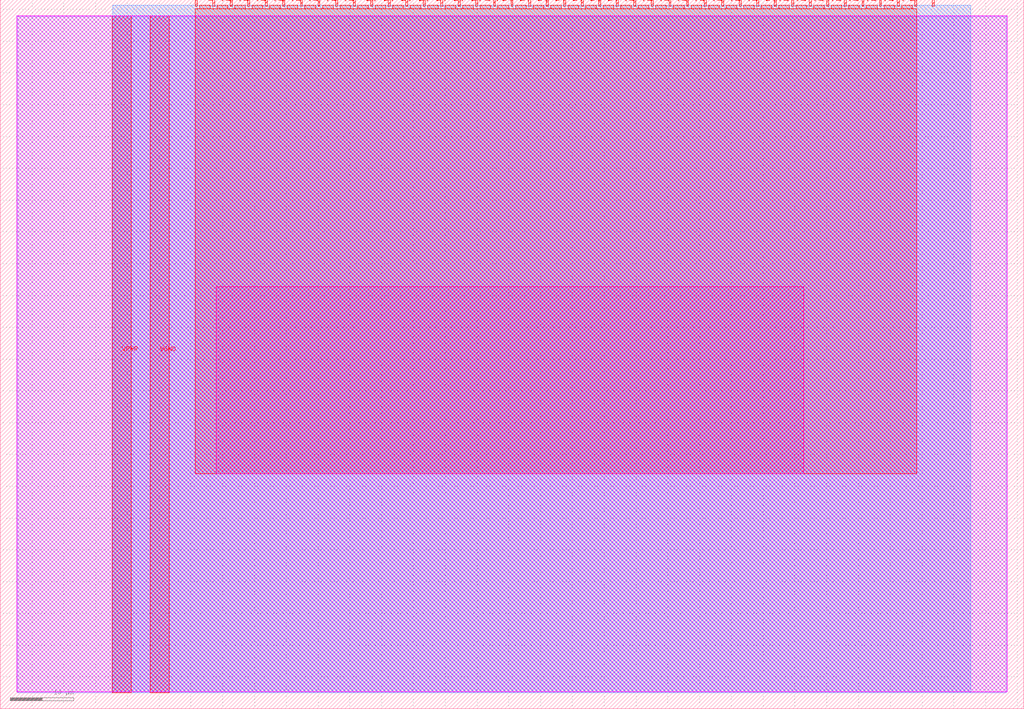
<source format=lef>
VERSION 5.7 ;
  NOWIREEXTENSIONATPIN ON ;
  DIVIDERCHAR "/" ;
  BUSBITCHARS "[]" ;
MACRO tt_um_rebeccargb_tt09ball_gdsart
  CLASS BLOCK ;
  FOREIGN tt_um_rebeccargb_tt09ball_gdsart ;
  ORIGIN 0.000 0.000 ;
  SIZE 161.000 BY 111.520 ;
  PIN VGND
    DIRECTION INOUT ;
    USE GROUND ;
    PORT
      LAYER met4 ;
        RECT 23.580 2.480 26.580 109.040 ;
    END
  END VGND
  PIN VPWR
    DIRECTION INOUT ;
    USE POWER ;
    PORT
      LAYER met4 ;
        RECT 17.580 2.480 20.580 109.040 ;
    END
  END VPWR
  PIN clk
    DIRECTION INPUT ;
    USE SIGNAL ;
    ANTENNAGATEAREA 0.852000 ;
    PORT
      LAYER met4 ;
        RECT 143.830 110.520 144.130 111.520 ;
    END
  END clk
  PIN ena
    DIRECTION INPUT ;
    USE SIGNAL ;
    PORT
      LAYER met4 ;
        RECT 146.590 110.520 146.890 111.520 ;
    END
  END ena
  PIN rst_n
    DIRECTION INPUT ;
    USE SIGNAL ;
    ANTENNAGATEAREA 0.196500 ;
    PORT
      LAYER met4 ;
        RECT 141.070 110.520 141.370 111.520 ;
    END
  END rst_n
  PIN ui_in[0]
    DIRECTION INPUT ;
    USE SIGNAL ;
    ANTENNAGATEAREA 0.196500 ;
    PORT
      LAYER met4 ;
        RECT 138.310 110.520 138.610 111.520 ;
    END
  END ui_in[0]
  PIN ui_in[1]
    DIRECTION INPUT ;
    USE SIGNAL ;
    ANTENNAGATEAREA 0.196500 ;
    PORT
      LAYER met4 ;
        RECT 135.550 110.520 135.850 111.520 ;
    END
  END ui_in[1]
  PIN ui_in[2]
    DIRECTION INPUT ;
    USE SIGNAL ;
    ANTENNAGATEAREA 0.196500 ;
    PORT
      LAYER met4 ;
        RECT 132.790 110.520 133.090 111.520 ;
    END
  END ui_in[2]
  PIN ui_in[3]
    DIRECTION INPUT ;
    USE SIGNAL ;
    ANTENNAGATEAREA 0.213000 ;
    PORT
      LAYER met4 ;
        RECT 130.030 110.520 130.330 111.520 ;
    END
  END ui_in[3]
  PIN ui_in[4]
    DIRECTION INPUT ;
    USE SIGNAL ;
    PORT
      LAYER met4 ;
        RECT 127.270 110.520 127.570 111.520 ;
    END
  END ui_in[4]
  PIN ui_in[5]
    DIRECTION INPUT ;
    USE SIGNAL ;
    PORT
      LAYER met4 ;
        RECT 124.510 110.520 124.810 111.520 ;
    END
  END ui_in[5]
  PIN ui_in[6]
    DIRECTION INPUT ;
    USE SIGNAL ;
    PORT
      LAYER met4 ;
        RECT 121.750 110.520 122.050 111.520 ;
    END
  END ui_in[6]
  PIN ui_in[7]
    DIRECTION INPUT ;
    USE SIGNAL ;
    PORT
      LAYER met4 ;
        RECT 118.990 110.520 119.290 111.520 ;
    END
  END ui_in[7]
  PIN uio_in[0]
    DIRECTION INPUT ;
    USE SIGNAL ;
    PORT
      LAYER met4 ;
        RECT 116.230 110.520 116.530 111.520 ;
    END
  END uio_in[0]
  PIN uio_in[1]
    DIRECTION INPUT ;
    USE SIGNAL ;
    PORT
      LAYER met4 ;
        RECT 113.470 110.520 113.770 111.520 ;
    END
  END uio_in[1]
  PIN uio_in[2]
    DIRECTION INPUT ;
    USE SIGNAL ;
    PORT
      LAYER met4 ;
        RECT 110.710 110.520 111.010 111.520 ;
    END
  END uio_in[2]
  PIN uio_in[3]
    DIRECTION INPUT ;
    USE SIGNAL ;
    PORT
      LAYER met4 ;
        RECT 107.950 110.520 108.250 111.520 ;
    END
  END uio_in[3]
  PIN uio_in[4]
    DIRECTION INPUT ;
    USE SIGNAL ;
    PORT
      LAYER met4 ;
        RECT 105.190 110.520 105.490 111.520 ;
    END
  END uio_in[4]
  PIN uio_in[5]
    DIRECTION INPUT ;
    USE SIGNAL ;
    PORT
      LAYER met4 ;
        RECT 102.430 110.520 102.730 111.520 ;
    END
  END uio_in[5]
  PIN uio_in[6]
    DIRECTION INPUT ;
    USE SIGNAL ;
    PORT
      LAYER met4 ;
        RECT 99.670 110.520 99.970 111.520 ;
    END
  END uio_in[6]
  PIN uio_in[7]
    DIRECTION INPUT ;
    USE SIGNAL ;
    PORT
      LAYER met4 ;
        RECT 96.910 110.520 97.210 111.520 ;
    END
  END uio_in[7]
  PIN uio_oe[0]
    DIRECTION OUTPUT ;
    USE SIGNAL ;
    PORT
      LAYER met4 ;
        RECT 49.990 110.520 50.290 111.520 ;
    END
  END uio_oe[0]
  PIN uio_oe[1]
    DIRECTION OUTPUT ;
    USE SIGNAL ;
    PORT
      LAYER met4 ;
        RECT 47.230 110.520 47.530 111.520 ;
    END
  END uio_oe[1]
  PIN uio_oe[2]
    DIRECTION OUTPUT ;
    USE SIGNAL ;
    PORT
      LAYER met4 ;
        RECT 44.470 110.520 44.770 111.520 ;
    END
  END uio_oe[2]
  PIN uio_oe[3]
    DIRECTION OUTPUT ;
    USE SIGNAL ;
    PORT
      LAYER met4 ;
        RECT 41.710 110.520 42.010 111.520 ;
    END
  END uio_oe[3]
  PIN uio_oe[4]
    DIRECTION OUTPUT ;
    USE SIGNAL ;
    PORT
      LAYER met4 ;
        RECT 38.950 110.520 39.250 111.520 ;
    END
  END uio_oe[4]
  PIN uio_oe[5]
    DIRECTION OUTPUT ;
    USE SIGNAL ;
    PORT
      LAYER met4 ;
        RECT 36.190 110.520 36.490 111.520 ;
    END
  END uio_oe[5]
  PIN uio_oe[6]
    DIRECTION OUTPUT ;
    USE SIGNAL ;
    PORT
      LAYER met4 ;
        RECT 33.430 110.520 33.730 111.520 ;
    END
  END uio_oe[6]
  PIN uio_oe[7]
    DIRECTION OUTPUT ;
    USE SIGNAL ;
    PORT
      LAYER met4 ;
        RECT 30.670 110.520 30.970 111.520 ;
    END
  END uio_oe[7]
  PIN uio_out[0]
    DIRECTION OUTPUT ;
    USE SIGNAL ;
    ANTENNADIFFAREA 0.445500 ;
    PORT
      LAYER met4 ;
        RECT 72.070 110.520 72.370 111.520 ;
    END
  END uio_out[0]
  PIN uio_out[1]
    DIRECTION OUTPUT ;
    USE SIGNAL ;
    ANTENNADIFFAREA 0.445500 ;
    PORT
      LAYER met4 ;
        RECT 69.310 110.520 69.610 111.520 ;
    END
  END uio_out[1]
  PIN uio_out[2]
    DIRECTION OUTPUT ;
    USE SIGNAL ;
    PORT
      LAYER met4 ;
        RECT 66.550 110.520 66.850 111.520 ;
    END
  END uio_out[2]
  PIN uio_out[3]
    DIRECTION OUTPUT ;
    USE SIGNAL ;
    ANTENNADIFFAREA 1.242000 ;
    PORT
      LAYER met4 ;
        RECT 63.790 110.520 64.090 111.520 ;
    END
  END uio_out[3]
  PIN uio_out[4]
    DIRECTION OUTPUT ;
    USE SIGNAL ;
    PORT
      LAYER met4 ;
        RECT 61.030 110.520 61.330 111.520 ;
    END
  END uio_out[4]
  PIN uio_out[5]
    DIRECTION OUTPUT ;
    USE SIGNAL ;
    PORT
      LAYER met4 ;
        RECT 58.270 110.520 58.570 111.520 ;
    END
  END uio_out[5]
  PIN uio_out[6]
    DIRECTION OUTPUT ;
    USE SIGNAL ;
    PORT
      LAYER met4 ;
        RECT 55.510 110.520 55.810 111.520 ;
    END
  END uio_out[6]
  PIN uio_out[7]
    DIRECTION OUTPUT ;
    USE SIGNAL ;
    PORT
      LAYER met4 ;
        RECT 52.750 110.520 53.050 111.520 ;
    END
  END uio_out[7]
  PIN uo_out[0]
    DIRECTION OUTPUT ;
    USE SIGNAL ;
    ANTENNADIFFAREA 1.431000 ;
    PORT
      LAYER met4 ;
        RECT 94.150 110.520 94.450 111.520 ;
    END
  END uo_out[0]
  PIN uo_out[1]
    DIRECTION OUTPUT ;
    USE SIGNAL ;
    ANTENNADIFFAREA 0.445500 ;
    PORT
      LAYER met4 ;
        RECT 91.390 110.520 91.690 111.520 ;
    END
  END uo_out[1]
  PIN uo_out[2]
    DIRECTION OUTPUT ;
    USE SIGNAL ;
    ANTENNAGATEAREA 0.159000 ;
    ANTENNADIFFAREA 1.782000 ;
    PORT
      LAYER met4 ;
        RECT 88.630 110.520 88.930 111.520 ;
    END
  END uo_out[2]
  PIN uo_out[3]
    DIRECTION OUTPUT ;
    USE SIGNAL ;
    ANTENNADIFFAREA 1.484000 ;
    PORT
      LAYER met4 ;
        RECT 85.870 110.520 86.170 111.520 ;
    END
  END uo_out[3]
  PIN uo_out[4]
    DIRECTION OUTPUT ;
    USE SIGNAL ;
    ANTENNADIFFAREA 1.484000 ;
    PORT
      LAYER met4 ;
        RECT 83.110 110.520 83.410 111.520 ;
    END
  END uo_out[4]
  PIN uo_out[5]
    DIRECTION OUTPUT ;
    USE SIGNAL ;
    ANTENNADIFFAREA 2.001000 ;
    PORT
      LAYER met4 ;
        RECT 80.350 110.520 80.650 111.520 ;
    END
  END uo_out[5]
  PIN uo_out[6]
    DIRECTION OUTPUT ;
    USE SIGNAL ;
    ANTENNADIFFAREA 1.242000 ;
    PORT
      LAYER met4 ;
        RECT 77.590 110.520 77.890 111.520 ;
    END
  END uo_out[6]
  PIN uo_out[7]
    DIRECTION OUTPUT ;
    USE SIGNAL ;
    PORT
      LAYER met4 ;
        RECT 74.830 110.520 75.130 111.520 ;
    END
  END uo_out[7]
  OBS
      LAYER nwell ;
        RECT 2.570 2.635 158.430 108.990 ;
      LAYER li1 ;
        RECT 2.760 2.635 158.240 108.885 ;
      LAYER met1 ;
        RECT 2.760 2.480 158.240 109.040 ;
      LAYER met2 ;
        RECT 17.670 2.535 152.630 110.685 ;
      LAYER met3 ;
        RECT 17.690 2.555 152.655 110.665 ;
      LAYER met4 ;
        RECT 31.370 110.120 33.030 110.665 ;
        RECT 34.130 110.120 35.790 110.665 ;
        RECT 36.890 110.120 38.550 110.665 ;
        RECT 39.650 110.120 41.310 110.665 ;
        RECT 42.410 110.120 44.070 110.665 ;
        RECT 45.170 110.120 46.830 110.665 ;
        RECT 47.930 110.120 49.590 110.665 ;
        RECT 50.690 110.120 52.350 110.665 ;
        RECT 53.450 110.120 55.110 110.665 ;
        RECT 56.210 110.120 57.870 110.665 ;
        RECT 58.970 110.120 60.630 110.665 ;
        RECT 61.730 110.120 63.390 110.665 ;
        RECT 64.490 110.120 66.150 110.665 ;
        RECT 67.250 110.120 68.910 110.665 ;
        RECT 70.010 110.120 71.670 110.665 ;
        RECT 72.770 110.120 74.430 110.665 ;
        RECT 75.530 110.120 77.190 110.665 ;
        RECT 78.290 110.120 79.950 110.665 ;
        RECT 81.050 110.120 82.710 110.665 ;
        RECT 83.810 110.120 85.470 110.665 ;
        RECT 86.570 110.120 88.230 110.665 ;
        RECT 89.330 110.120 90.990 110.665 ;
        RECT 92.090 110.120 93.750 110.665 ;
        RECT 94.850 110.120 96.510 110.665 ;
        RECT 97.610 110.120 99.270 110.665 ;
        RECT 100.370 110.120 102.030 110.665 ;
        RECT 103.130 110.120 104.790 110.665 ;
        RECT 105.890 110.120 107.550 110.665 ;
        RECT 108.650 110.120 110.310 110.665 ;
        RECT 111.410 110.120 113.070 110.665 ;
        RECT 114.170 110.120 115.830 110.665 ;
        RECT 116.930 110.120 118.590 110.665 ;
        RECT 119.690 110.120 121.350 110.665 ;
        RECT 122.450 110.120 124.110 110.665 ;
        RECT 125.210 110.120 126.870 110.665 ;
        RECT 127.970 110.120 129.630 110.665 ;
        RECT 130.730 110.120 132.390 110.665 ;
        RECT 133.490 110.120 135.150 110.665 ;
        RECT 136.250 110.120 137.910 110.665 ;
        RECT 139.010 110.120 140.670 110.665 ;
        RECT 141.770 110.120 143.430 110.665 ;
        RECT 30.655 37.000 144.145 110.120 ;
      LAYER met5 ;
        RECT 34.000 37.000 126.400 66.400 ;
  END
END tt_um_rebeccargb_tt09ball_gdsart
END LIBRARY


</source>
